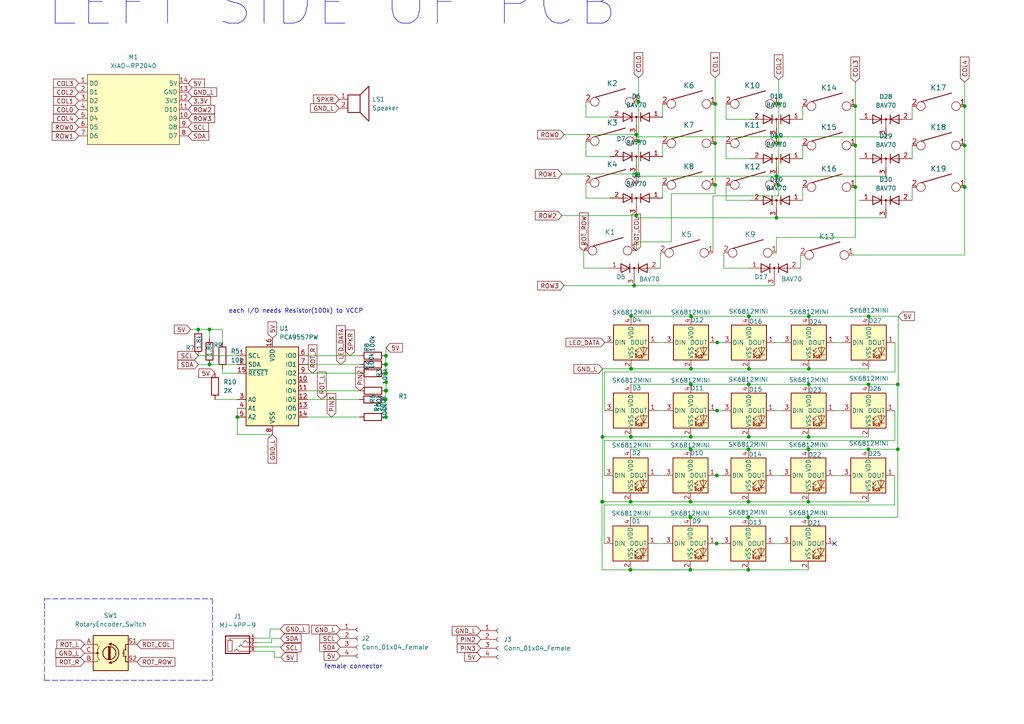
<source format=kicad_sch>
(kicad_sch (version 20211123) (generator eeschema)
  (paper "A4")
  (lib_symbols
    (symbol "Connector:Conn_01x04_Female" (pin_names (offset 1.016) hide)
      (property "Reference" "J" (at 0 5.08 0))
      (property "Value" "Conn_01x04_Female" (at 0 -7.62 0))
      (symbol "Conn_01x04_Female_1_1"
        (arc (start 0 -4.572) (mid -0.508 -5.08) (end 0 -5.588) (stroke (width 0.1524)))
        (arc (start 0 -2.032) (mid -0.508 -2.54) (end 0 -3.048) (stroke (width 0.1524)))
        (polyline (pts (xy -1.27 -5.08) (xy -0.508 -5.08)) (stroke (width 0.1524)))
        (polyline (pts (xy -1.27 -2.54) (xy -0.508 -2.54)) (stroke (width 0.1524)))
        (polyline (pts (xy -1.27 0) (xy -0.508 0)) (stroke (width 0.1524)))
        (polyline (pts (xy -1.27 2.54) (xy -0.508 2.54)) (stroke (width 0.1524)))
        (arc (start 0 0.508) (mid -0.508 0) (end 0 -0.508) (stroke (width 0.1524)))
        (arc (start 0 3.048) (mid -0.508 2.54) (end 0 2.032) (stroke (width 0.1524)))
        (pin passive line (at -5.08 2.54 0) (length 3.81) (name "Pin_1") (number "1"))
        (pin passive line (at -5.08 0 0) (length 3.81) (name "Pin_2") (number "2"))
        (pin passive line (at -5.08 -2.54 0) (length 3.81) (name "Pin_3") (number "3"))
        (pin passive line (at -5.08 -5.08 0) (length 3.81) (name "Pin_4") (number "4"))
      )
    )
    (symbol "Device:R" (pin_numbers hide) (pin_names (offset 0))
      (property "Reference" "R" (at 2.032 0 90))
      (property "Value" "R" (at 0 0 90))
      (symbol "R_0_1"
        (rectangle (start -1.016 -2.54) (end 1.016 2.54) (stroke (width 0.254)))
      )
      (symbol "R_1_1"
        (pin passive line (at 0 3.81 270) (length 1.27) (name "~") (number "1"))
        (pin passive line (at 0 -3.81 90) (length 1.27) (name "~") (number "2"))
      )
    )
    (symbol "Device:RotaryEncoder_Switch" (pin_names (offset 0.254) hide)
      (property "Reference" "SW" (at 0 6.604 0))
      (property "Value" "RotaryEncoder_Switch" (at 0 -6.604 0))
      (symbol "RotaryEncoder_Switch_0_1"
        (rectangle (start -5.08 5.08) (end 5.08 -5.08) (stroke (width 0.254)) (fill (type background)))
        (circle (center -3.81 0) (radius 0.254) (fill (type outline)))
        (arc (start -0.381 -2.794) (mid 2.3622 -0.0508) (end -0.381 2.667) (stroke (width 0.254)))
        (circle (center -0.381 0) (radius 1.905) (stroke (width 0.254)))
        (polyline (pts (xy -0.635 -1.778) (xy -0.635 1.778)) (stroke (width 0.254)))
        (polyline (pts (xy -0.381 -1.778) (xy -0.381 1.778)) (stroke (width 0.254)))
        (polyline (pts (xy -0.127 1.778) (xy -0.127 -1.778)) (stroke (width 0.254)))
        (polyline (pts (xy 3.81 0) (xy 3.429 0)) (stroke (width 0.254)))
        (polyline (pts (xy 3.81 1.016) (xy 3.81 -1.016)) (stroke (width 0.254)))
        (polyline (pts (xy -5.08 -2.54) (xy -3.81 -2.54) (xy -3.81 -2.032)))
        (polyline (pts (xy -5.08 2.54) (xy -3.81 2.54) (xy -3.81 2.032)))
        (polyline (pts (xy 0.254 -3.048) (xy -0.508 -2.794) (xy 0.127 -2.413)) (stroke (width 0.254)))
        (polyline (pts (xy 0.254 2.921) (xy -0.508 2.667) (xy 0.127 2.286)) (stroke (width 0.254)))
        (polyline (pts (xy 5.08 -2.54) (xy 4.318 -2.54) (xy 4.318 -1.016)) (stroke (width 0.254)))
        (polyline (pts (xy 5.08 2.54) (xy 4.318 2.54) (xy 4.318 1.016)) (stroke (width 0.254)))
        (polyline (pts (xy -5.08 0) (xy -3.81 0) (xy -3.81 -1.016) (xy -3.302 -2.032)))
        (polyline (pts (xy -4.318 0) (xy -3.81 0) (xy -3.81 1.016) (xy -3.302 2.032)))
        (circle (center 4.318 -1.016) (radius 0.127) (stroke (width 0.254)))
        (circle (center 4.318 1.016) (radius 0.127) (stroke (width 0.254)))
      )
      (symbol "RotaryEncoder_Switch_1_1"
        (pin passive line (at -7.62 2.54 0) (length 2.54) (name "A") (number "A"))
        (pin passive line (at -7.62 -2.54 0) (length 2.54) (name "B") (number "B"))
        (pin passive line (at -7.62 0 0) (length 2.54) (name "C") (number "C"))
        (pin passive line (at 7.62 2.54 180) (length 2.54) (name "S1") (number "S1"))
        (pin passive line (at 7.62 -2.54 180) (length 2.54) (name "S2") (number "S2"))
      )
    )
    (symbol "Device:Speaker" (pin_names (offset 0) hide)
      (property "Reference" "LS" (at 1.27 5.715 0))
      (property "Value" "Speaker" (at 1.27 3.81 0))
      (symbol "Speaker_0_0"
        (rectangle (start -2.54 1.27) (end 1.016 -3.81) (stroke (width 0.254)))
        (polyline (pts (xy 1.016 1.27) (xy 3.556 3.81) (xy 3.556 -6.35) (xy 1.016 -3.81)) (stroke (width 0.254)))
      )
      (symbol "Speaker_1_1"
        (pin input line (at -5.08 0 0) (length 2.54) (name "1") (number "1"))
        (pin input line (at -5.08 -2.54 0) (length 2.54) (name "2") (number "2"))
      )
    )
    (symbol "Diode:BAV70" (pin_names (offset 0.762) hide)
      (property "Reference" "D" (at 0.635 -2.54 0))
      (property "Value" "BAV70" (at 0 2.54 0))
      (symbol "BAV70_0_1"
        (polyline (pts (xy -3.81 0) (xy 3.81 0)))
        (polyline (pts (xy 0 0) (xy 0 -2.54)))
        (polyline (pts (xy -1.27 -1.27) (xy -1.27 1.27) (xy -1.27 1.27)) (stroke (width 0.254)))
        (polyline (pts (xy 1.27 -1.27) (xy 1.27 1.27) (xy 1.27 1.27)) (stroke (width 0.254)))
        (polyline (pts (xy -3.81 1.27) (xy -1.27 0) (xy -3.81 -1.27) (xy -3.81 1.27) (xy -3.81 1.27) (xy -3.81 1.27)) (stroke (width 0.254)))
        (polyline (pts (xy 3.81 -1.27) (xy 1.27 0) (xy 3.81 1.27) (xy 3.81 -1.27) (xy 3.81 -1.27) (xy 3.81 -1.27)) (stroke (width 0.254)))
        (circle (center 0 0) (radius 0.254) (fill (type outline)))
        (pin passive line (at -7.62 0 0) (length 3.81) (name "A") (number "1"))
        (pin passive line (at 7.62 0 180) (length 3.81) (name "A") (number "2"))
        (pin passive line (at 0 -5.08 90) (length 2.54) (name "K") (number "3"))
      )
    )
    (symbol "Interface_Expansion:PCA9557PW"
      (property "Reference" "U" (at -7.62 11.43 0))
      (property "Value" "PCA9557PW" (at 2.54 11.43 0))
      (symbol "PCA9557PW_0_1"
        (rectangle (start -7.62 -12.7) (end 7.62 10.16) (stroke (width 0.254)) (fill (type background)))
      )
      (symbol "PCA9557PW_1_1"
        (pin input line (at -10.16 7.62 0) (length 2.54) (name "SCL") (number "1"))
        (pin bidirectional line (at 10.16 0 180) (length 2.54) (name "IO3") (number "10"))
        (pin bidirectional line (at 10.16 -2.54 180) (length 2.54) (name "IO4") (number "11"))
        (pin bidirectional line (at 10.16 -5.08 180) (length 2.54) (name "IO5") (number "12"))
        (pin bidirectional line (at 10.16 -7.62 180) (length 2.54) (name "IO6") (number "13"))
        (pin bidirectional line (at 10.16 -10.16 180) (length 2.54) (name "IO7") (number "14"))
        (pin input line (at -10.16 2.54 0) (length 2.54) (name "~{RESET}") (number "15"))
        (pin power_in line (at 0 12.7 270) (length 2.54) (name "VDD") (number "16"))
        (pin bidirectional line (at -10.16 5.08 0) (length 2.54) (name "SDA") (number "2"))
        (pin input line (at -10.16 -5.08 0) (length 2.54) (name "A0") (number "3"))
        (pin input line (at -10.16 -7.62 0) (length 2.54) (name "A1") (number "4"))
        (pin input line (at -10.16 -10.16 0) (length 2.54) (name "A2") (number "5"))
        (pin bidirectional line (at 10.16 7.62 180) (length 2.54) (name "IO0") (number "6"))
        (pin bidirectional line (at 10.16 5.08 180) (length 2.54) (name "IO1") (number "7"))
        (pin power_in line (at 0 -15.24 90) (length 2.54) (name "VSS") (number "8"))
        (pin bidirectional line (at 10.16 2.54 180) (length 2.54) (name "IO2") (number "9"))
      )
    )
    (symbol "cipulot_parts:SK6812MINI" (pin_names (offset 0.254))
      (property "Reference" "D" (at 5.08 5.715 0))
      (property "Value" "SK6812MINI" (at 1.27 -5.715 0))
      (symbol "SK6812MINI_0_0"
        (text "RGB" (at 2.286 -4.191 0) (effects (font (size 0.762 0.762))))
      )
      (symbol "SK6812MINI_0_1"
        (polyline (pts (xy 1.27 -3.556) (xy 1.778 -3.556)))
        (polyline (pts (xy 1.27 -2.54) (xy 1.778 -2.54)))
        (polyline (pts (xy 4.699 -3.556) (xy 2.667 -3.556)))
        (polyline (pts (xy 2.286 -2.54) (xy 1.27 -3.556) (xy 1.27 -3.048)))
        (polyline (pts (xy 2.286 -1.524) (xy 1.27 -2.54) (xy 1.27 -2.032)))
        (polyline (pts (xy 3.683 -1.016) (xy 3.683 -3.556) (xy 3.683 -4.064)))
        (polyline (pts (xy 4.699 -1.524) (xy 2.667 -1.524) (xy 3.683 -3.556) (xy 4.699 -1.524)))
        (rectangle (start 5.08 5.08) (end -5.08 -5.08) (stroke (width 0.254)) (fill (type background)))
      )
      (symbol "SK6812MINI_1_1"
        (pin output line (at 7.62 0 180) (length 2.54) (name "DOUT") (number "1"))
        (pin power_in line (at 0 -7.62 90) (length 2.54) (name "VSS") (number "2"))
        (pin input line (at -7.62 0 0) (length 2.54) (name "DIN") (number "3"))
        (pin power_in line (at 0 7.62 270) (length 2.54) (name "VDD") (number "4"))
      )
    )
    (symbol "kbd:MJ-4PP-9" (pin_names (offset 1.016))
      (property "Reference" "J" (at 0 3.81 0))
      (property "Value" "MJ-4PP-9" (at 0 -3.81 0))
      (symbol "MJ-4PP-9_0_1"
        (rectangle (start -1.905 -1.905) (end -3.175 1.27))
        (polyline (pts (xy -2.54 1.27) (xy -2.54 1.905) (xy 3.175 1.905)))
        (polyline (pts (xy -1.27 -1.905) (xy -0.635 -1.27) (xy 0 -1.905) (xy 3.175 -1.905)))
        (polyline (pts (xy 0 -0.635) (xy 0.635 0) (xy 1.27 -0.635) (xy 3.175 -0.635)))
        (polyline (pts (xy 1.27 0.635) (xy 1.905 1.27) (xy 2.54 0.635) (xy 3.175 0.635)))
        (rectangle (start 3.175 2.54) (end -3.81 -2.54) (stroke (width 0.3048)))
      )
      (symbol "MJ-4PP-9_1_1"
        (pin input line (at 5.08 1.905 180) (length 2.0066) (name "~") (number "A"))
        (pin input line (at 5.08 -1.905 180) (length 2.0066) (name "~") (number "B"))
        (pin input line (at 5.08 -0.635 180) (length 2.0066) (name "~") (number "C"))
        (pin input line (at 5.08 0.635 180) (length 2.0066) (name "~") (number "D"))
      )
    )
    (symbol "keyboard_parts:KEYSW" (pin_names (offset 1.016))
      (property "Reference" "K?" (at -1.27 0 0))
      (symbol "KEYSW_0_1"
        (circle (center -5.08 0) (radius 1.27))
        (polyline (pts (xy -5.08 1.27) (xy 3.81 3.81)) (stroke (width 0.254)))
        (circle (center 5.08 0) (radius 1.27))
      )
      (symbol "KEYSW_1_1"
        (pin passive line (at 7.62 0 180) (length 1.27) (name "~") (number "1"))
        (pin passive line (at -7.62 0 0) (length 1.27) (name "~") (number "2"))
      )
    )
    (symbol "xiao-rp2040:XIAO-RP2040"
      (property "Reference" "M" (at 0 0 0))
      (property "Value" "XIAO-RP2040" (at 0 2.54 0))
      (symbol "XIAO-RP2040_0_1"
        (rectangle (start -12.7 10.16) (end 13.97 -10.16) (fill (type background)))
      )
      (symbol "XIAO-RP2040_1_1"
        (pin bidirectional line (at -15.24 7.62 0) (length 2.54) (name "D0") (number "1"))
        (pin bidirectional line (at 16.51 -2.54 180) (length 2.54) (name "D9") (number "10"))
        (pin bidirectional line (at 16.51 0 180) (length 2.54) (name "D10") (number "11"))
        (pin power_in line (at 16.51 2.54 180) (length 2.54) (name "3V3") (number "12"))
        (pin power_in line (at 16.51 5.08 180) (length 2.54) (name "GND") (number "13"))
        (pin power_in line (at 16.51 7.62 180) (length 2.54) (name "5V") (number "14"))
        (pin bidirectional line (at -15.24 5.08 0) (length 2.54) (name "D1") (number "2"))
        (pin bidirectional line (at -15.24 2.54 0) (length 2.54) (name "D2") (number "3"))
        (pin bidirectional line (at -15.24 0 0) (length 2.54) (name "D3") (number "4"))
        (pin bidirectional line (at -15.24 -2.54 0) (length 2.54) (name "D4") (number "5"))
        (pin bidirectional line (at -15.24 -5.08 0) (length 2.54) (name "D5") (number "6"))
        (pin bidirectional line (at -15.24 -7.62 0) (length 2.54) (name "D6") (number "7"))
        (pin bidirectional line (at 16.51 -7.62 180) (length 2.54) (name "D7") (number "8"))
        (pin bidirectional line (at 16.51 -5.08 180) (length 2.54) (name "D8") (number "9"))
      )
    )
  )
  (junction (at 111.871 105.7148))
  (junction (at 234.4651 130.302))
  (junction (at 182.9816 126.7206))
  (junction (at 200.2259 150.0124))
  (junction (at 111.9333 105.7148))
  (junction (at 182.8523 165.2524))
  (junction (at 200.3552 111.4552))
  (junction (at 217.17 111.4806))
  (junction (at 184.5564 62.5348))
  (junction (at 111.9443 120.9548))
  (junction (at 111.9937 113.3))
  (junction (at 217.0407 150.0378))
  (junction (at 183.9214 82.8548))
  (junction (at 111.9032 113.3348))
  (junction (at 260.3985 111.4806))
  (junction (at 183.0324 106.9594))
  (junction (at 260.3985 130.302))
  (junction (at 60.7539 95.5548))
  (junction (at 200.2767 145.5166))
  (junction (at 234.5436 111.4806))
  (junction (at 234.5944 106.9848))
  (junction (at 111.9937 113.3348))
  (junction (at 185.1914 29.5148))
  (junction (at 217.0407 165.2778))
  (junction (at 225.8314 41.5798))
  (junction (at 111.9488 105.7148))
  (junction (at 182.8523 165.2778))
  (junction (at 217.0915 130.302))
  (junction (at 207.4164 41.5798))
  (junction (at 234.4143 150.0378))
  (junction (at 111.9032 108.2548))
  (junction (at 217.2208 106.9848))
  (junction (at 68.834 120.9548))
  (junction (at 174.625 145.5166))
  (junction (at 225.1964 63.1698))
  (junction (at 251.8387 130.302))
  (junction (at 200.2259 165.2524))
  (junction (at 217.0407 150.0124))
  (junction (at 225.1964 39.6748))
  (junction (at 225.8314 53.6448))
  (junction (at 183.0324 91.694))
  (junction (at 207.4164 53.6448))
  (junction (at 183.0324 106.9848))
  (junction (at 174.7543 145.5166))
  (junction (at 208.026 99.3394))
  (junction (at 207.9752 119.0752))
  (junction (at 225.8314 30.1498))
  (junction (at 111.9937 113.3042))
  (junction (at 184.5564 50.4698))
  (junction (at 111.871 113.3042))
  (junction (at 111.871 115.8748))
  (junction (at 217.17 111.4552))
  (junction (at 207.8459 157.6324))
  (junction (at 234.4651 145.542))
  (junction (at 200.3552 126.6952))
  (junction (at 57.5097 95.5548))
  (junction (at 251.9172 111.4806))
  (junction (at 207.8967 137.8966))
  (junction (at 251.968 91.7448))
  (junction (at 279.8064 54.2798))
  (junction (at 60.7539 105.7148))
  (junction (at 200.406 106.9594))
  (junction (at 279.8064 42.2148))
  (junction (at 248.0564 30.7848))
  (junction (at 225.1964 51.1048))
  (junction (at 279.8064 30.7848))
  (junction (at 182.9031 145.5166))
  (junction (at 174.7543 126.7206))
  (junction (at 111.9937 110.7948))
  (junction (at 111.9488 108.2548))
  (junction (at 217.2208 91.7194))
  (junction (at 217.0915 130.2766))
  (junction (at 200.406 91.7194))
  (junction (at 248.0564 54.2798))
  (junction (at 184.5564 39.0398))
  (junction (at 217.17 126.7206))
  (junction (at 207.4164 30.1498))
  (junction (at 234.5944 91.7448))
  (junction (at 234.5436 126.7206))
  (junction (at 248.0564 42.2148))
  (junction (at 217.0915 145.542))
  (junction (at 185.1914 40.9448))
  (junction (at 217.2208 91.7448))
  (junction (at 111.9443 113.3))
  (junction (at 200.2767 130.2766))
  (junction (at 182.9031 145.542))
  (junction (at 182.9816 126.6952))
  (junction (at 111.9333 103.1748))
  (no_connect (at 242.0343 157.6578))
  (wire (pts (xy 224.7115 137.922) (xy 226.8451 137.922)))
  (wire (pts (xy 191.5414 73.3298) (xy 191.5414 77.7748)))
  (wire (pts (xy 209.4715 137.922) (xy 207.8967 137.922)))
  (wire (pts (xy 248.0564 68.8848) (xy 225.1964 68.8848)))
  (wire (pts (xy 162.9664 62.5348) (xy 184.5564 62.5348)))
  (wire (pts (xy 200.2767 130.2766) (xy 217.0915 130.2766)))
  (wire (pts (xy 57.5097 95.5548) (xy 60.7539 95.5548)))
  (wire (pts (xy 184.5564 39.6748) (xy 184.5564 39.0398)))
  (wire (pts (xy 182.9031 145.542) (xy 182.9031 145.5166)))
  (wire (pts (xy 64.516 106.9848) (xy 64.516 108.2548)))
  (wire (pts (xy 111.9443 113.3) (xy 111.9937 113.3)))
  (wire (pts (xy 183.0324 91.7194) (xy 200.406 91.7194)))
  (wire (pts (xy 224.79 119.1006) (xy 226.9236 119.1006)))
  (wire (pts (xy 111.9937 113.3) (xy 111.9937 113.3042)))
  (wire (pts (xy 264.5664 42.2148) (xy 264.5664 46.0248)))
  (wire (pts (xy 279.8064 30.7848) (xy 279.8064 42.2148)))
  (wire (pts (xy 260.3985 130.302) (xy 260.3985 150.0378)))
  (wire (pts (xy 175.2323 146.4564) (xy 175.2323 157.6324)))
  (wire (pts (xy 210.5914 53.6448) (xy 210.5914 58.0898)))
  (wire (pts (xy 217.17 126.7206) (xy 234.5436 126.7206)))
  (polyline (pts (xy 12.8016 197.3072) (xy 61.6204 197.3072)))
  (wire (pts (xy 207.4164 53.6448) (xy 207.4164 56.1848)))
  (wire (pts (xy 111.9488 108.2548) (xy 111.9488 110.7948)))
  (wire (pts (xy 182.372 91.694) (xy 183.0324 91.694)))
  (wire (pts (xy 78.7908 186.3598) (xy 74.3204 186.3598)))
  (wire (pts (xy 174.7543 126.7206) (xy 174.7543 145.5166)))
  (wire (pts (xy 209.55 119.1006) (xy 207.9752 119.1006)))
  (wire (pts (xy 111.9488 110.7948) (xy 111.9937 110.7948)))
  (wire (pts (xy 216.9414 77.7748) (xy 209.9564 77.7748)))
  (wire (pts (xy 210.5914 30.1498) (xy 210.5914 34.5948)))
  (wire (pts (xy 225.8314 41.5798) (xy 225.8314 53.6448)))
  (wire (pts (xy 183.0324 106.9848) (xy 183.0324 106.9594)))
  (wire (pts (xy 192.1764 53.6448) (xy 192.1764 57.4548)))
  (wire (pts (xy 62.3672 115.8748) (xy 68.834 115.8748)))
  (wire (pts (xy 174.7543 126.7206) (xy 182.9816 126.7206)))
  (wire (pts (xy 81.3308 185.1406) (xy 78.7908 185.1406)))
  (wire (pts (xy 251.968 91.7448) (xy 260.5278 91.7448)))
  (polyline (pts (xy 12.9032 173.6852) (xy 61.6204 173.6852)))
  (wire (pts (xy 89.154 103.1748) (xy 104.3133 103.1748)))
  (wire (pts (xy 111.871 115.8748) (xy 111.871 113.3042)))
  (wire (pts (xy 259.4587 146.4564) (xy 259.4587 137.922)))
  (wire (pts (xy 184.5564 63.1698) (xy 184.5564 62.5348)))
  (wire (pts (xy 225.1964 51.1048) (xy 184.5564 51.1048)))
  (wire (pts (xy 279.8064 54.2798) (xy 279.8064 73.9648)))
  (wire (pts (xy 251.8387 130.302) (xy 260.3985 130.302)))
  (wire (pts (xy 259.588 107.8992) (xy 259.588 99.3648)))
  (wire (pts (xy 279.8064 42.2148) (xy 279.8064 54.2798)))
  (wire (pts (xy 217.5764 46.0248) (xy 210.5914 46.0248)))
  (wire (pts (xy 217.17 111.4552) (xy 217.17 111.4806)))
  (wire (pts (xy 232.1814 73.9648) (xy 232.1814 77.7748)))
  (wire (pts (xy 207.4164 41.5798) (xy 207.4164 53.6448)))
  (wire (pts (xy 163.6014 82.8548) (xy 183.9214 82.8548)))
  (wire (pts (xy 209.9564 77.7748) (xy 209.9564 73.3298)))
  (wire (pts (xy 111.871 115.8748) (xy 111.871 120.9548)))
  (wire (pts (xy 217.2208 91.7448) (xy 234.5944 91.7448)))
  (wire (pts (xy 169.9514 53.0098) (xy 169.9514 57.4548)))
  (wire (pts (xy 251.9172 111.4806) (xy 260.3985 111.4806)))
  (wire (pts (xy 242.0851 137.922) (xy 244.2187 137.922)))
  (wire (pts (xy 264.5664 54.2798) (xy 264.5664 58.0898)))
  (wire (pts (xy 175.3616 107.8992) (xy 259.588 107.8992)))
  (wire (pts (xy 225.8314 53.6448) (xy 225.8314 56.8198)))
  (wire (pts (xy 248.0564 30.7848) (xy 248.0564 42.2148)))
  (wire (pts (xy 111.871 120.9548) (xy 111.9443 120.9548)))
  (wire (pts (xy 232.8164 42.2148) (xy 232.8164 46.0248)))
  (wire (pts (xy 224.6607 157.6578) (xy 226.7943 157.6578)))
  (wire (pts (xy 200.406 106.9594) (xy 200.4314 106.9594)))
  (wire (pts (xy 207.4164 56.1848) (xy 194.7164 56.1848)))
  (wire (pts (xy 174.625 145.5166) (xy 174.7543 145.5166)))
  (wire (pts (xy 200.2259 150.0124) (xy 217.0407 150.0124)))
  (wire (pts (xy 89.154 108.2548) (xy 104.2832 108.2548)))
  (wire (pts (xy 190.6016 119.0752) (xy 192.7352 119.0752)))
  (wire (pts (xy 182.9031 145.542) (xy 217.0915 145.542)))
  (wire (pts (xy 111.9333 105.7148) (xy 111.9333 108.2548)))
  (wire (pts (xy 176.9364 57.4548) (xy 169.9514 57.4548)))
  (wire (pts (xy 217.0407 165.2778) (xy 234.4143 165.2778)))
  (wire (pts (xy 89.154 113.3348) (xy 104.3737 113.3348)))
  (wire (pts (xy 225.1964 39.6748) (xy 256.9464 39.6748)))
  (wire (pts (xy 57.5097 103.1748) (xy 68.834 103.1748)))
  (wire (pts (xy 64.516 99.3648) (xy 64.516 95.5548)))
  (wire (pts (xy 78.2828 182.4482) (xy 81.3308 182.4482)))
  (wire (pts (xy 242.1636 119.1006) (xy 244.2972 119.1006)))
  (wire (pts (xy 225.1964 68.8848) (xy 225.1964 73.3298)))
  (wire (pts (xy 174.7543 106.9594) (xy 174.7543 126.7206)))
  (wire (pts (xy 169.9514 40.9448) (xy 169.9514 45.3898)))
  (wire (pts (xy 68.834 120.9548) (xy 68.834 126.0348)))
  (wire (pts (xy 182.9816 126.6952) (xy 200.3552 126.6952)))
  (wire (pts (xy 111.9333 100.8639) (xy 111.9333 103.1748)))
  (wire (pts (xy 183.9214 82.8548) (xy 224.5614 82.8548)))
  (wire (pts (xy 217.0407 150.0124) (xy 217.0407 150.0378)))
  (wire (pts (xy 224.8408 99.3648) (xy 226.9744 99.3648)))
  (wire (pts (xy 55.284 95.5548) (xy 57.5097 95.5548)))
  (wire (pts (xy 225.1964 63.1698) (xy 256.9464 63.1698)))
  (wire (pts (xy 89.154 105.7148) (xy 104.3288 105.7148)))
  (wire (pts (xy 225.8314 23.1648) (xy 225.8314 30.1498)))
  (wire (pts (xy 89.154 120.9548) (xy 104.3243 120.9548)))
  (wire (pts (xy 174.625 145.5166) (xy 174.625 165.2778)))
  (wire (pts (xy 208.026 99.3648) (xy 208.026 99.3394)))
  (wire (pts (xy 209.4207 157.6578) (xy 207.8459 157.6578)))
  (wire (pts (xy 200.2259 165.2524) (xy 200.2513 165.2524)))
  (wire (pts (xy 190.5231 137.8966) (xy 192.6567 137.8966)))
  (wire (pts (xy 111.9333 108.2548) (xy 111.9488 108.2548)))
  (wire (pts (xy 78.2828 185.0898) (xy 78.2828 182.4482)))
  (wire (pts (xy 60.7539 95.5548) (xy 60.7539 98.0948)))
  (wire (pts (xy 174.625 165.2778) (xy 182.8523 165.2778)))
  (wire (pts (xy 78.7908 185.1406) (xy 78.7908 186.3598)))
  (wire (pts (xy 74.3204 185.0898) (xy 78.2828 185.0898)))
  (wire (pts (xy 248.0564 23.7998) (xy 248.0564 30.7848)))
  (wire (pts (xy 176.9364 45.3898) (xy 169.9514 45.3898)))
  (wire (pts (xy 185.1914 22.5298) (xy 185.1914 29.5148)))
  (wire (pts (xy 234.5436 111.4806) (xy 251.9172 111.4806)))
  (wire (pts (xy 79.5484 190.627) (xy 81.4324 190.627)))
  (wire (pts (xy 185.1914 40.9448) (xy 185.1914 53.0098)))
  (wire (pts (xy 217.5764 34.5948) (xy 210.5914 34.5948)))
  (polyline (pts (xy 61.6204 173.6852) (xy 61.6204 197.3072)))
  (wire (pts (xy 279.8064 73.9648) (xy 247.4214 73.9648)))
  (wire (pts (xy 217.2208 91.7194) (xy 217.2208 91.7448)))
  (wire (pts (xy 217.0407 150.0378) (xy 234.4143 150.0378)))
  (wire (pts (xy 74.3204 188.8998) (xy 79.5484 188.8998)))
  (wire (pts (xy 194.7164 70.1548) (xy 184.5564 70.1548)))
  (wire (pts (xy 207.9752 119.1006) (xy 207.9752 119.0752)))
  (wire (pts (xy 256.9464 51.1048) (xy 225.1964 51.1048)))
  (wire (pts (xy 217.2208 106.9848) (xy 234.5944 106.9848)))
  (wire (pts (xy 279.8064 23.7998) (xy 279.8064 30.7848)))
  (wire (pts (xy 111.9333 103.1748) (xy 111.9333 105.7148)))
  (wire (pts (xy 260.5278 91.7448) (xy 260.5278 111.4806)))
  (wire (pts (xy 176.3014 77.7748) (xy 169.3164 77.7748)))
  (wire (pts (xy 190.4723 157.6324) (xy 192.6059 157.6324)))
  (wire (pts (xy 260.3985 111.4806) (xy 260.5278 111.4806)))
  (wire (pts (xy 175.2323 146.4564) (xy 259.4587 146.4564)))
  (wire (pts (xy 234.4651 145.542) (xy 251.8387 145.542)))
  (wire (pts (xy 57.5825 105.7148) (xy 60.7539 105.7148)))
  (wire (pts (xy 163.6014 39.0398) (xy 184.5564 39.0398)))
  (wire (pts (xy 217.17 111.4806) (xy 234.5436 111.4806)))
  (wire (pts (xy 225.1964 63.1698) (xy 184.5564 63.1698)))
  (polyline (pts (xy 12.9032 197.2056) (xy 12.9032 173.6852)))
  (wire (pts (xy 183.0324 106.9594) (xy 200.406 106.9594)))
  (wire (pts (xy 182.8523 165.2778) (xy 217.0407 165.2778)))
  (wire (pts (xy 225.8314 56.8198) (xy 206.7814 56.8198)))
  (wire (pts (xy 60.7539 95.5548) (xy 64.516 95.5548)))
  (wire (pts (xy 182.9816 126.7206) (xy 182.9816 126.6952)))
  (wire (pts (xy 111.871 113.3042) (xy 111.9937 113.3042)))
  (wire (pts (xy 209.6008 99.3648) (xy 208.026 99.3648)))
  (wire (pts (xy 192.1764 41.5798) (xy 192.1764 45.3898)))
  (wire (pts (xy 225.1964 39.6748) (xy 184.5564 39.6748)))
  (wire (pts (xy 162.9664 50.4698) (xy 184.5564 50.4698)))
  (wire (pts (xy 234.5944 106.9848) (xy 251.968 106.9848)))
  (wire (pts (xy 217.5764 58.0898) (xy 210.5914 58.0898)))
  (wire (pts (xy 260.3985 111.4806) (xy 260.3985 130.302)))
  (wire (pts (xy 207.8459 157.6578) (xy 207.8459 157.6324)))
  (wire (pts (xy 176.9364 33.9598) (xy 169.9514 33.9598)))
  (wire (pts (xy 200.3552 111.4552) (xy 217.17 111.4552)))
  (wire (pts (xy 200.3552 126.6952) (xy 200.3806 126.6952)))
  (wire (pts (xy 64.516 108.2548) (xy 68.834 108.2548)))
  (wire (pts (xy 175.3616 107.8992) (xy 175.3616 119.0752)))
  (wire (pts (xy 217.0915 130.2766) (xy 217.0915 130.302)))
  (wire (pts (xy 259.5372 127.762) (xy 175.2831 127.762)))
  (wire (pts (xy 68.834 126.0348) (xy 78.994 126.0348)))
  (wire (pts (xy 111.9937 113.3042) (xy 111.9937 113.3348)))
  (wire (pts (xy 234.5436 126.7206) (xy 251.9172 126.7206)))
  (wire (pts (xy 217.0915 145.542) (xy 234.4651 145.542)))
  (wire (pts (xy 111.9937 110.7948) (xy 111.9937 113.3)))
  (wire (pts (xy 182.8523 165.2524) (xy 200.2259 165.2524)))
  (wire (pts (xy 111.9333 100.8639) (xy 111.9937 100.8639)))
  (wire (pts (xy 182.9031 130.2766) (xy 200.2767 130.2766)))
  (wire (pts (xy 200.2767 145.5166) (xy 200.3021 145.5166)))
  (wire (pts (xy 232.8164 30.7848) (xy 232.8164 34.5948)))
  (wire (pts (xy 184.5564 51.1048) (xy 184.5564 50.4698)))
  (wire (pts (xy 234.4651 130.302) (xy 251.8387 130.302)))
  (wire (pts (xy 68.834 118.4148) (xy 68.834 120.9548)))
  (wire (pts (xy 89.154 115.8748) (xy 104.251 115.8748)))
  (wire (pts (xy 74.3204 187.6298) (xy 81.3816 187.6298)))
  (wire (pts (xy 81.3816 187.6298) (xy 81.3816 187.833)))
  (wire (pts (xy 264.5664 30.7848) (xy 264.5664 34.5948)))
  (wire (pts (xy 60.7539 105.7148) (xy 68.834 105.7148)))
  (wire (pts (xy 174.7543 145.5166) (xy 182.9031 145.5166)))
  (wire (pts (xy 210.5914 41.5798) (xy 210.5914 46.0248)))
  (wire (pts (xy 232.8164 54.2798) (xy 232.8164 58.0898)))
  (wire (pts (xy 248.0564 54.2798) (xy 248.0564 68.8848)))
  (wire (pts (xy 207.8967 137.922) (xy 207.8967 137.8966)))
  (wire (pts (xy 183.0324 106.9594) (xy 174.7543 106.9594)))
  (wire (pts (xy 169.9514 29.5148) (xy 169.9514 33.9598)))
  (wire (pts (xy 234.5944 91.7448) (xy 251.968 91.7448)))
  (wire (pts (xy 175.2831 127.762) (xy 175.2831 137.8966)))
  (wire (pts (xy 248.0564 42.2148) (xy 248.0564 54.2798)))
  (wire (pts (xy 225.8314 30.1498) (xy 225.8314 41.5798)))
  (wire (pts (xy 190.6524 99.3394) (xy 192.786 99.3394)))
  (wire (pts (xy 207.4164 22.5298) (xy 207.4164 30.1498)))
  (wire (pts (xy 185.1914 29.5148) (xy 185.1914 40.9448)))
  (wire (pts (xy 217.0915 130.302) (xy 234.4651 130.302)))
  (wire (pts (xy 182.9031 145.5166) (xy 200.2767 145.5166)))
  (wire (pts (xy 182.8523 150.0124) (xy 200.2259 150.0124)))
  (wire (pts (xy 206.7814 56.8198) (xy 206.7814 73.3298)))
  (wire (pts (xy 111.9032 113.3348) (xy 111.9937 113.3348)))
  (wire (pts (xy 182.8523 165.2778) (xy 182.8523 165.2524)))
  (wire (pts (xy 192.1764 30.1498) (xy 192.1764 33.9598)))
  (wire (pts (xy 242.2144 99.3648) (xy 244.348 99.3648)))
  (wire (pts (xy 111.9333 105.7148) (xy 111.871 105.7148)))
  (wire (pts (xy 182.9816 111.4552) (xy 200.3552 111.4552)))
  (wire (pts (xy 79.5484 188.8998) (xy 79.5484 190.627)))
  (wire (pts (xy 182.9816 126.7206) (xy 217.17 126.7206)))
  (wire (pts (xy 200.406 91.7194) (xy 217.2208 91.7194)))
  (wire (pts (xy 183.0324 106.9848) (xy 217.2208 106.9848)))
  (wire (pts (xy 259.5372 119.1006) (xy 259.5372 127.762)))
  (wire (pts (xy 234.4143 150.0378) (xy 260.3985 150.0378)))
  (wire (pts (xy 184.5564 70.1548) (xy 184.5564 72.6948)))
  (wire (pts (xy 169.3164 77.7748) (xy 169.3164 72.6948)))
  (wire (pts (xy 194.7164 56.1848) (xy 194.7164 70.1548)))
  (wire (pts (xy 207.4164 30.1498) (xy 207.4164 41.5798)))
  (text "each I/O needs Resistor(100k) to VCCP" (at 66.2963 91.0336 0) (effects (font (size 1.27 1.27)) (justify left bottom)))
  (text "LEFT SIDE OF PCB\n" (at 13.0556 8.4328 0) (effects (font (size 12 12)) (justify left bottom)))
  (text "female connector\n" (at 94.0054 194.1576 0) (effects (font (size 1.27 1.27)) (justify left bottom)))
  (global_label "3.3V" (shape input) (at 54.5592 29.2608 0) (property "Intersheet References" "${INTERSHEET_REFS}" (effects hide)))
  (global_label "ROT_COL" (shape input) (at 39.7256 186.8932 0) (property "Intersheet References" "${INTERSHEET_REFS}" (effects hide)))
  (global_label "COL0" (shape input) (at 22.8092 31.8008 180) (property "Intersheet References" "${INTERSHEET_REFS}" (effects hide)))
  (global_label "COL2" (shape input) (at 22.8092 26.7208 180) (property "Intersheet References" "${INTERSHEET_REFS}" (effects hide)))
  (global_label "GND_L" (shape input) (at 98.7044 182.626 180) (property "Intersheet References" "${INTERSHEET_REFS}" (effects hide)))
  (global_label "COL0" (shape input) (at 185.1914 22.5298 90) (property "Intersheet References" "${INTERSHEET_REFS}" (effects hide)))
  (global_label "SDA" (shape input) (at 57.5825 105.7148 180) (property "Intersheet References" "${INTERSHEET_REFS}" (effects hide)))
  (global_label "LED_DATA" (shape input) (at 98.8518 105.7148 90) (property "Intersheet References" "${INTERSHEET_REFS}" (effects hide)))
  (global_label "PIN2" (shape input) (at 139.446 185.4708 180) (property "Intersheet References" "${INTERSHEET_REFS}" (effects hide)))
  (global_label "COL1" (shape input) (at 22.8092 29.2608 180) (property "Intersheet References" "${INTERSHEET_REFS}" (effects hide)))
  (global_label "GND_L" (shape input) (at 174.7543 107.0056 180) (property "Intersheet References" "${INTERSHEET_REFS}" (effects hide)))
  (global_label "SPKR" (shape input) (at 101.561 103.1748 90) (property "Intersheet References" "${INTERSHEET_REFS}" (effects hide)))
  (global_label "GND_L" (shape input) (at 98.3488 31.3436 180) (property "Intersheet References" "${INTERSHEET_REFS}" (effects hide)))
  (global_label "GND_L" (shape input) (at 24.4856 189.4332 180) (property "Intersheet References" "${INTERSHEET_REFS}" (effects hide)))
  (global_label "ROT_R" (shape input) (at 24.4856 191.9732 180) (property "Intersheet References" "${INTERSHEET_REFS}" (effects hide)))
  (global_label "SDA" (shape input) (at 81.3308 185.1406 0) (property "Intersheet References" "${INTERSHEET_REFS}" (effects hide)))
  (global_label "5V" (shape input) (at 98.7044 190.246 180) (property "Intersheet References" "${INTERSHEET_REFS}" (effects hide)))
  (global_label "GND_L" (shape input) (at 81.3308 182.4482 0) (property "Intersheet References" "${INTERSHEET_REFS}" (effects hide)))
  (global_label "PIN2" (shape input) (at 104.3737 113.3348 90) (property "Intersheet References" "${INTERSHEET_REFS}" (effects hide)))
  (global_label "ROW3" (shape input) (at 54.5592 34.3408 0) (property "Intersheet References" "${INTERSHEET_REFS}" (effects hide)))
  (global_label "GND_L" (shape input) (at 78.994 126.0348 270) (property "Intersheet References" "${INTERSHEET_REFS}" (effects hide)))
  (global_label "COL2" (shape input) (at 225.8314 23.1648 90) (property "Intersheet References" "${INTERSHEET_REFS}" (effects hide)))
  (global_label "ROT_L" (shape input) (at 24.4856 186.8932 180) (property "Intersheet References" "${INTERSHEET_REFS}" (effects hide)))
  (global_label "5V" (shape input) (at 260.5024 91.7448 0) (property "Intersheet References" "${INTERSHEET_REFS}" (effects hide)))
  (global_label "ROT_L" (shape input) (at 93.3413 115.8748 90) (property "Intersheet References" "${INTERSHEET_REFS}" (effects hide)))
  (global_label "5V" (shape input) (at 81.4324 190.627 0) (property "Intersheet References" "${INTERSHEET_REFS}" (effects hide)))
  (global_label "COL3" (shape input) (at 248.0564 23.7998 90) (property "Intersheet References" "${INTERSHEET_REFS}" (effects hide)))
  (global_label "COL4" (shape input) (at 279.8064 23.7998 90) (property "Intersheet References" "${INTERSHEET_REFS}" (effects hide)))
  (global_label "ROT_COL" (shape input) (at 184.5564 72.6948 90) (property "Intersheet References" "${INTERSHEET_REFS}" (effects hide)))
  (global_label "5V" (shape input) (at 55.284 95.5548 180) (property "Intersheet References" "${INTERSHEET_REFS}" (effects hide)))
  (global_label "ROW0" (shape input) (at 163.6014 39.0398 180) (property "Intersheet References" "${INTERSHEET_REFS}" (effects hide)))
  (global_label "ROW1" (shape input) (at 22.8092 39.4208 180) (property "Intersheet References" "${INTERSHEET_REFS}" (effects hide)))
  (global_label "5V" (shape input) (at 111.9937 100.8639 0) (property "Intersheet References" "${INTERSHEET_REFS}" (effects hide)))
  (global_label "GND_L" (shape input) (at 139.446 182.9308 180) (property "Intersheet References" "${INTERSHEET_REFS}" (effects hide)))
  (global_label "COL1" (shape input) (at 207.4164 22.5298 90) (property "Intersheet References" "${INTERSHEET_REFS}" (effects hide)))
  (global_label "SDA" (shape input) (at 98.7044 187.706 180) (property "Intersheet References" "${INTERSHEET_REFS}" (effects hide)))
  (global_label "ROW2" (shape input) (at 162.9664 62.5348 180) (property "Intersheet References" "${INTERSHEET_REFS}" (effects hide)))
  (global_label "5V" (shape input) (at 139.446 190.5508 180) (property "Intersheet References" "${INTERSHEET_REFS}" (effects hide)))
  (global_label "ROW3" (shape input) (at 163.6014 82.8548 180) (property "Intersheet References" "${INTERSHEET_REFS}" (effects hide)))
  (global_label "5V" (shape input) (at 78.994 98.0948 90) (property "Intersheet References" "${INTERSHEET_REFS}" (effects hide)))
  (global_label "COL4" (shape input) (at 22.8092 34.3408 180) (property "Intersheet References" "${INTERSHEET_REFS}" (effects hide)))
  (global_label "5V" (shape input) (at 62.3672 108.2548 180) (property "Intersheet References" "${INTERSHEET_REFS}" (effects hide)))
  (global_label "SPKR" (shape input) (at 98.3488 28.8036 180) (property "Intersheet References" "${INTERSHEET_REFS}" (effects hide)))
  (global_label "SCL" (shape input) (at 81.3816 187.833 0) (property "Intersheet References" "${INTERSHEET_REFS}" (effects hide)))
  (global_label "PIN3" (shape input) (at 139.446 188.0108 180) (property "Intersheet References" "${INTERSHEET_REFS}" (effects hide)))
  (global_label "LED_DATA" (shape input) (at 175.4124 99.3394 180) (property "Intersheet References" "${INTERSHEET_REFS}" (effects hide)))
  (global_label "ROT_ROW" (shape input) (at 169.3164 72.7551 90) (property "Intersheet References" "${INTERSHEET_REFS}" (effects hide)))
  (global_label "SCL" (shape input) (at 57.5097 103.1748 180) (property "Intersheet References" "${INTERSHEET_REFS}" (effects hide)))
  (global_label "SDA" (shape input) (at 54.5592 39.4208 0) (property "Intersheet References" "${INTERSHEET_REFS}" (effects hide)))
  (global_label "COL3" (shape input) (at 22.8092 24.1808 180) (property "Intersheet References" "${INTERSHEET_REFS}" (effects hide)))
  (global_label "ROW1" (shape input) (at 162.9664 50.4698 180) (property "Intersheet References" "${INTERSHEET_REFS}" (effects hide)))
  (global_label "PIN3" (shape input) (at 96.1411 120.9548 90) (property "Intersheet References" "${INTERSHEET_REFS}" (effects hide)))
  (global_label "GND_L" (shape input) (at 54.5592 26.7208 0) (property "Intersheet References" "${INTERSHEET_REFS}" (effects hide)))
  (global_label "ROW2" (shape input) (at 54.5592 31.8008 0) (property "Intersheet References" "${INTERSHEET_REFS}" (effects hide)))
  (global_label "SCL" (shape input) (at 98.7044 185.166 180) (property "Intersheet References" "${INTERSHEET_REFS}" (effects hide)))
  (global_label "ROT_R" (shape input) (at 90.6785 108.2548 90) (property "Intersheet References" "${INTERSHEET_REFS}" (effects hide)))
  (global_label "ROW0" (shape input) (at 22.8092 36.8808 180) (property "Intersheet References" "${INTERSHEET_REFS}" (effects hide)))
  (global_label "ROT_ROW" (shape input) (at 39.7256 191.9732 0) (property "Intersheet References" "${INTERSHEET_REFS}" (effects hide)))
  (global_label "5V" (shape input) (at 54.5592 24.1808 0) (property "Intersheet References" "${INTERSHEET_REFS}" (effects hide)))
  (global_label "SCL" (shape input) (at 54.5592 36.8808 0) (property "Intersheet References" "${INTERSHEET_REFS}" (effects hide)))
  (symbol (lib_id "keyboard_parts:KEYSW") (at 199.7964 30.1498 0) (unit 1)
    (property "Reference" "K6" (at 199.7964 24.8158 0) (effects (font (size 1.524 1.524))))
    (property "Value" "KEYSW" (effects hide))
    (property "Footprint" "Keebio-Parts:MX-Alps-Choc-1U-NoLED" (effects hide))
    (property "MPN" "1350" (effects hide))
  )
  (symbol (lib_id "Diode:BAV70") (at 184.5564 45.3898 0) (mirror y) (unit 1)
    (property "Reference" "D7" (at 180.1114 40.3098 0))
    (property "Value" "BAV70" (at 184.5564 41.3766 0))
    (property "Footprint" "Package_TO_SOT_SMD:SOT-23" (effects hide))
    (property "Datasheet" "https://assets.nexperia.com/documents/data-sheet/BAV70_SER.pdf" (effects hide))
    (property "MPN" "BAV70" (effects hide))
  )
  (symbol (lib_id "Device:R") (at 64.516 103.1748 0) (unit 1)
    (property "Reference" "R5" (at 66.9165 101.9047 0) (effects (justify left)))
    (property "Value" "10k" (at 66.9165 104.4447 0) (effects (justify left)))
    (property "Footprint" "Resistor_SMD:R_0805_2012Metric" (effects hide))
    (property "MPN" "RC0805FR-0710KL" (effects hide))
  )
  (symbol (lib_id "keyboard_parts:KEYSW") (at 240.4364 42.2148 0) (unit 1)
    (property "Reference" "K15" (at 240.4364 36.8808 0) (effects (font (size 1.524 1.524))))
    (property "Value" "KEYSW" (effects hide))
    (property "Footprint" "Keebio-Parts:MX-Alps-Choc-1U-NoLED" (effects hide))
    (property "MPN" "1350" (effects hide))
  )
  (symbol (lib_id "cipulot_parts:SK6812MINI") (at 200.2259 157.6324 0) (unit 1)
    (property "Reference" "D9" (at 202.0547 151.1046 0))
    (property "Value" "SK6812MINI" (at 200.1243 148.8948 0))
    (property "Footprint" "Keebio-Parts:SK6812-MINI-E" (effects hide))
    (property "MPN" "SK6812MINI" (effects hide))
  )
  (symbol (lib_id "cipulot_parts:SK6812MINI") (at 217.2208 99.3648 0) (unit 1)
    (property "Reference" "D16" (at 219.202 93.2434 0))
    (property "Value" "SK6812MINI" (at 217.0938 90.3478 0))
    (property "Footprint" "Keebio-Parts:SK6812-MINI-E" (effects hide))
    (property "MPN" "SK6812MINI" (effects hide))
  )
  (symbol (lib_id "Device:R") (at 108.1343 120.9548 90) (unit 1)
    (property "Reference" "R4" (at 109.3027 119.4816 0) (effects (justify left)))
    (property "Value" "100k" (at 111.0807 119.5832 0) (effects (justify left)))
    (property "Footprint" "Resistor_SMD:R_0805_2012Metric" (effects hide))
    (property "MPN" "RC0805FR-07100KL" (effects hide))
  )
  (symbol (lib_id "keyboard_parts:KEYSW") (at 217.5764 73.3298 0) (unit 1)
    (property "Reference" "K9" (at 217.5764 67.9958 0) (effects (font (size 1.524 1.524))))
    (property "Value" "KEYSW" (effects hide))
    (property "Footprint" "Keebio-Parts:MX-Alps-Choc-1U-NoLED" (effects hide))
    (property "MPN" "1350" (effects hide))
  )
  (symbol (lib_id "keyboard_parts:KEYSW") (at 272.1864 30.7848 0) (unit 1)
    (property "Reference" "K17" (at 272.1864 25.4508 0) (effects (font (size 1.524 1.524))))
    (property "Value" "KEYSW" (effects hide))
    (property "Footprint" "Keebio-Parts:MX-Alps-Choc-1U-NoLED" (effects hide))
    (property "MPN" "1350" (effects hide))
  )
  (symbol (lib_id "Device:R") (at 108.1388 105.7148 90) (unit 1)
    (property "Reference" "R3" (at 109.9676 109.5103 0) (effects (justify left)))
    (property "Value" "100k" (at 111.6948 111.5931 0) (effects (justify left)))
    (property "Footprint" "Resistor_SMD:R_0805_2012Metric" (effects hide))
    (property "MPN" "RC0805FR-07100KL" (effects hide))
  )
  (symbol (lib_id "Device:R") (at 108.061 115.8748 90) (unit 1)
    (property "Reference" "R1" (at 118.2624 114.9096 90) (effects (justify left)))
    (property "Value" "100k" (at 111.617 121.7531 0) (effects (justify left)))
    (property "Footprint" "Resistor_SMD:R_0805_2012Metric" (effects hide))
    (property "MPN" "RC0805FR-07100KL" (effects hide))
  )
  (symbol (lib_id "Device:Speaker") (at 103.4288 28.8036 0) (unit 1)
    (property "Reference" "LS1" (at 107.95 28.8035 0) (effects (justify left)))
    (property "Value" "Speaker" (at 107.95 31.3435 0) (effects (justify left)))
    (property "Footprint" "Keebio-Parts:AST1109MLTRQ" (effects hide))
  )
  (symbol (lib_id "Connector:Conn_01x04_Female") (at 103.7844 185.166 0) (unit 1)
    (property "Reference" "J2" (at 104.8512 185.1659 0) (effects (justify left)))
    (property "Value" "Conn_01x04_Female" (at 104.8512 187.7059 0) (effects (justify left)))
    (property "Footprint" "Connector_PinSocket_2.54mm:PinSocket_1x06_P2.54mm_Vertical" (effects hide))
  )
  (symbol (lib_id "Device:R") (at 60.7539 101.9048 180) (unit 1)
    (property "Reference" "R9" (at 61.866 100.1014 0) (effects (justify right)))
    (property "Value" "1.8k" (at 60.723 103.4542 90) (effects (justify right)))
    (property "Footprint" "Resistor_SMD:R_0805_2012Metric" (effects hide))
    (property "MPN" "RC0805FR-071K8L" (effects hide))
  )
  (symbol (lib_id "keyboard_parts:KEYSW") (at 199.7964 41.5798 0) (unit 1)
    (property "Reference" "K7" (at 199.7964 36.2458 0) (effects (font (size 1.524 1.524))))
    (property "Value" "KEYSW" (effects hide))
    (property "Footprint" "Keebio-Parts:MX-Alps-Choc-1U-NoLED" (effects hide))
    (property "MPN" "1350" (effects hide))
  )
  (symbol (lib_id "cipulot_parts:SK6812MINI") (at 200.2767 137.8966 0) (unit 1)
    (property "Reference" "D10" (at 202.1055 131.3688 0))
    (property "Value" "SK6812MINI" (at 200.1751 129.159 0))
    (property "Footprint" "Keebio-Parts:SK6812-MINI-E" (effects hide))
    (property "MPN" "SK6812MINI" (effects hide))
  )
  (symbol (lib_id "Diode:BAV70") (at 256.9464 46.0248 0) (unit 1)
    (property "Reference" "D29" (at 256.9464 39.4716 0))
    (property "Value" "BAV70" (at 256.9464 42.0116 0))
    (property "Footprint" "Package_TO_SOT_SMD:SOT-23" (effects hide))
    (property "Datasheet" "https://assets.nexperia.com/documents/data-sheet/BAV70_SER.pdf" (effects hide))
    (property "MPN" "BAV70" (effects hide))
  )
  (symbol (lib_id "cipulot_parts:SK6812MINI") (at 217.0407 157.6578 0) (unit 1)
    (property "Reference" "D13" (at 219.0219 151.5364 0))
    (property "Value" "SK6812MINI" (at 216.9137 148.6408 0))
    (property "Footprint" "Keebio-Parts:SK6812-MINI-E" (effects hide))
    (property "MPN" "SK6812MINI" (effects hide))
  )
  (symbol (lib_id "keyboard_parts:KEYSW") (at 218.2114 30.1498 0) (unit 1)
    (property "Reference" "K10" (at 218.2114 24.8158 0) (effects (font (size 1.524 1.524))))
    (property "Value" "KEYSW" (effects hide))
    (property "Footprint" "Keebio-Parts:MX-Alps-Choc-1U-NoLED" (effects hide))
    (property "MPN" "1350" (effects hide))
  )
  (symbol (lib_id "cipulot_parts:SK6812MINI") (at 182.9031 137.8966 0) (unit 1)
    (property "Reference" "D2" (at 184.5795 131.3688 0))
    (property "Value" "SK6812MINI" (at 183.1571 129.159 0))
    (property "Footprint" "Keebio-Parts:SK6812-MINI-E" (effects hide))
    (property "MPN" "SK6812MINI" (effects hide))
  )
  (symbol (lib_id "Interface_Expansion:PCA9557PW") (at 78.994 110.7948 0) (unit 1)
    (property "Reference" "U1" (at 81.0134 95.25 0) (effects (justify left)))
    (property "Value" "PCA9557PW" (at 81.0134 97.79 0) (effects (justify left)))
    (property "Footprint" "Package_SO:TSSOP-16_4.4x5mm_P0.65mm" (effects hide))
    (property "Datasheet" "https://www.nxp.com/docs/en/data-sheet/PCA9557.pdf" (effects hide))
  )
  (symbol (lib_id "keyboard_parts:KEYSW") (at 272.1864 42.2148 0) (unit 1)
    (property "Reference" "K18" (at 272.1864 36.8808 0) (effects (font (size 1.524 1.524))))
    (property "Value" "KEYSW" (effects hide))
    (property "Footprint" "Keebio-Parts:MX-Alps-Choc-1U-NoLED" (effects hide))
    (property "MPN" "1350" (effects hide))
  )
  (symbol (lib_id "Device:R") (at 57.5097 99.3648 0) (unit 1)
    (property "Reference" "R7" (at 55.1729 100.9396 0))
    (property "Value" "1.8k" (at 57.6875 99.2632 90))
    (property "Footprint" "Resistor_SMD:R_0805_2012Metric" (effects hide))
    (property "MPN" "RC0805FR-071K8L" (effects hide))
  )
  (symbol (lib_id "keyboard_parts:KEYSW") (at 240.4364 30.7848 0) (unit 1)
    (property "Reference" "K14" (at 240.4364 25.4508 0) (effects (font (size 1.524 1.524))))
    (property "Value" "KEYSW" (effects hide))
    (property "Footprint" "Keebio-Parts:MX-Alps-Choc-1U-NoLED" (effects hide))
    (property "MPN" "1350" (effects hide))
  )
  (symbol (lib_id "Diode:BAV70") (at 256.9464 34.5948 0) (unit 1)
    (property "Reference" "D28" (at 256.9464 28.0416 0))
    (property "Value" "BAV70" (at 256.9464 30.5816 0))
    (property "Footprint" "Package_TO_SOT_SMD:SOT-23" (effects hide))
    (property "Datasheet" "https://assets.nexperia.com/documents/data-sheet/BAV70_SER.pdf" (effects hide))
    (property "MPN" "BAV70" (effects hide))
  )
  (symbol (lib_id "cipulot_parts:SK6812MINI") (at 251.968 99.3648 0) (unit 1)
    (property "Reference" "D27" (at 253.8222 93.0148 0))
    (property "Value" "SK6812MINI" (at 252.095 90.043 0))
    (property "Footprint" "Keebio-Parts:SK6812-MINI-E" (effects hide))
    (property "MPN" "SK6812MINI" (effects hide))
  )
  (symbol (lib_id "Device:R") (at 108.0932 108.2548 90) (unit 1)
    (property "Reference" "R2" (at 106.2644 107.3376 0) (effects (justify left)))
    (property "Value" "100k" (at 107.7376 107.1344 0) (effects (justify left)))
    (property "Footprint" "Resistor_SMD:R_0805_2012Metric" (effects hide))
    (property "MPN" "RC0805FR-07100KL" (effects hide))
  )
  (symbol (lib_id "Diode:BAV70") (at 184.5564 33.9598 0) (mirror y) (unit 1)
    (property "Reference" "D6" (at 184.5564 27.94 0))
    (property "Value" "BAV70" (at 184.5564 30.48 0))
    (property "Footprint" "Package_TO_SOT_SMD:SOT-23" (effects hide))
    (property "Datasheet" "https://assets.nexperia.com/documents/data-sheet/BAV70_SER.pdf" (effects hide))
    (property "MPN" "BAV70" (effects hide))
  )
  (symbol (lib_id "cipulot_parts:SK6812MINI") (at 200.406 99.3394 0) (unit 1)
    (property "Reference" "D12" (at 202.2348 92.8116 0))
    (property "Value" "SK6812MINI" (at 200.3044 90.6018 0))
    (property "Footprint" "Keebio-Parts:SK6812-MINI-E" (effects hide))
    (property "MPN" "SK6812MINI" (effects hide))
  )
  (symbol (lib_id "Diode:BAV70") (at 225.1964 58.0898 0) (mirror y) (unit 1)
    (property "Reference" "D20" (at 225.1964 52.07 0))
    (property "Value" "BAV70" (at 225.1964 54.61 0))
    (property "Footprint" "Package_TO_SOT_SMD:SOT-23" (effects hide))
    (property "Datasheet" "https://assets.nexperia.com/documents/data-sheet/BAV70_SER.pdf" (effects hide))
    (property "MPN" "BAV70" (effects hide))
  )
  (symbol (lib_id "Diode:BAV70") (at 256.9464 58.0898 0) (unit 1)
    (property "Reference" "D30" (at 256.9464 52.07 0))
    (property "Value" "BAV70" (at 256.9464 54.61 0))
    (property "Footprint" "Package_TO_SOT_SMD:SOT-23" (effects hide))
    (property "Datasheet" "https://assets.nexperia.com/documents/data-sheet/BAV70_SER.pdf" (effects hide))
    (property "MPN" "BAV70" (effects hide))
  )
  (symbol (lib_id "keyboard_parts:KEYSW") (at 199.1614 73.3298 0) (unit 1)
    (property "Reference" "K5" (at 199.1614 67.9958 0) (effects (font (size 1.524 1.524))))
    (property "Value" "KEYSW" (effects hide))
    (property "Footprint" "Keebio-Parts:MX-Alps-Choc-1U-NoLED" (effects hide))
    (property "MPN" "1350" (effects hide))
  )
  (symbol (lib_id "Diode:BAV70") (at 183.9214 77.7748 0) (unit 1)
    (property "Reference" "D5" (at 180.1114 80.3148 0))
    (property "Value" "BAV70" (at 188.3664 80.9498 0))
    (property "Footprint" "Package_TO_SOT_SMD:SOT-23" (effects hide))
    (property "Datasheet" "https://assets.nexperia.com/documents/data-sheet/BAV70_SER.pdf" (effects hide))
    (property "MPN" "BAV70" (effects hide))
  )
  (symbol (lib_id "Device:R") (at 108.1233 103.1748 90) (unit 1)
    (property "Reference" "R8" (at 106.3453 102.108 0) (effects (justify left)))
    (property "Value" "100k" (at 107.9709 102.108 0) (effects (justify left)))
    (property "Footprint" "Resistor_SMD:R_0805_2012Metric" (effects hide))
    (property "MPN" "RC0805FR-07100KL" (effects hide))
  )
  (symbol (lib_id "cipulot_parts:SK6812MINI") (at 234.5944 99.3648 0) (unit 1)
    (property "Reference" "D24" (at 236.474 93.3704 0))
    (property "Value" "SK6812MINI" (at 234.6198 90.4748 0))
    (property "Footprint" "Keebio-Parts:SK6812-MINI-E" (effects hide))
    (property "MPN" "SK6812MINI" (effects hide))
  )
  (symbol (lib_id "Diode:BAV70") (at 184.5564 57.4548 0) (mirror y) (unit 1)
    (property "Reference" "D8" (at 184.5564 50.8 0))
    (property "Value" "BAV70" (at 184.5564 53.34 0))
    (property "Footprint" "Package_TO_SOT_SMD:SOT-23" (effects hide))
    (property "Datasheet" "https://assets.nexperia.com/documents/data-sheet/BAV70_SER.pdf" (effects hide))
    (property "MPN" "BAV70" (effects hide))
  )
  (symbol (lib_id "keyboard_parts:KEYSW") (at 218.2114 41.5798 0) (unit 1)
    (property "Reference" "K11" (at 218.2114 36.2458 0) (effects (font (size 1.524 1.524))))
    (property "Value" "KEYSW" (effects hide))
    (property "Footprint" "Keebio-Parts:MX-Alps-Choc-1U-NoLED" (effects hide))
    (property "MPN" "1350" (effects hide))
  )
  (symbol (lib_id "cipulot_parts:SK6812MINI") (at 234.4143 157.6578 0) (unit 1)
    (property "Reference" "D21" (at 236.2939 151.6634 0))
    (property "Value" "SK6812MINI" (at 234.4397 148.7678 0))
    (property "Footprint" "Keebio-Parts:SK6812-MINI-E" (effects hide))
    (property "MPN" "SK6812MINI" (effects hide))
  )
  (symbol (lib_id "keyboard_parts:KEYSW") (at 199.7964 53.6448 0) (unit 1)
    (property "Reference" "K8" (at 199.7964 48.3108 0) (effects (font (size 1.524 1.524))))
    (property "Value" "KEYSW" (effects hide))
    (property "Footprint" "Keebio-Parts:MX-Alps-Choc-1U-NoLED" (effects hide))
    (property "MPN" "1350" (effects hide))
  )
  (symbol (lib_id "cipulot_parts:SK6812MINI") (at 182.9816 119.0752 0) (unit 1)
    (property "Reference" "D3" (at 184.658 112.5474 0))
    (property "Value" "SK6812MINI" (at 183.2356 110.3376 0))
    (property "Footprint" "Keebio-Parts:SK6812-MINI-E" (effects hide))
    (property "MPN" "SK6812MINI" (effects hide))
  )
  (symbol (lib_id "keyboard_parts:KEYSW") (at 176.9364 72.6948 0) (unit 1)
    (property "Reference" "K1" (at 176.9364 67.3608 0) (effects (font (size 1.524 1.524))))
    (property "Value" "KEYSW" (effects hide))
    (property "Footprint" "Keebio-Parts:MX-Alps-Choc-1U-NoLED" (effects hide))
    (property "MPN" "1350" (effects hide))
  )
  (symbol (lib_id "cipulot_parts:SK6812MINI") (at 234.5436 119.1006 0) (unit 1)
    (property "Reference" "D23" (at 236.4232 113.1062 0))
    (property "Value" "SK6812MINI" (at 234.569 110.2106 0))
    (property "Footprint" "Keebio-Parts:SK6812-MINI-E" (effects hide))
    (property "MPN" "SK6812MINI" (effects hide))
  )
  (symbol (lib_id "keyboard_parts:KEYSW") (at 272.1864 54.2798 0) (unit 1)
    (property "Reference" "K19" (at 272.1864 48.9458 0) (effects (font (size 1.524 1.524))))
    (property "Value" "KEYSW" (effects hide))
    (property "Footprint" "Keebio-Parts:MX-Alps-Choc-1U-NoLED" (effects hide))
    (property "MPN" "1350" (effects hide))
  )
  (symbol (lib_id "cipulot_parts:SK6812MINI") (at 251.8387 137.922 0) (unit 1)
    (property "Reference" "D25" (at 253.6929 131.572 0))
    (property "Value" "SK6812MINI" (at 251.9657 128.6002 0))
    (property "Footprint" "Keebio-Parts:SK6812-MINI-E" (effects hide))
    (property "MPN" "SK6812MINI" (effects hide))
  )
  (symbol (lib_id "Diode:BAV70") (at 224.5614 77.7748 0) (unit 1)
    (property "Reference" "D17" (at 220.7514 80.3148 0))
    (property "Value" "BAV70" (at 229.6414 80.9498 0))
    (property "Footprint" "Package_TO_SOT_SMD:SOT-23" (effects hide))
    (property "Datasheet" "https://assets.nexperia.com/documents/data-sheet/BAV70_SER.pdf" (effects hide))
    (property "MPN" "BAV70" (effects hide))
  )
  (symbol (lib_id "Diode:BAV70") (at 225.1964 46.0248 0) (mirror y) (unit 1)
    (property "Reference" "D19" (at 225.1964 39.37 0))
    (property "Value" "BAV70" (at 225.1964 41.91 0))
    (property "Footprint" "Package_TO_SOT_SMD:SOT-23" (effects hide))
    (property "Datasheet" "https://assets.nexperia.com/documents/data-sheet/BAV70_SER.pdf" (effects hide))
    (property "MPN" "BAV70" (effects hide))
  )
  (symbol (lib_id "keyboard_parts:KEYSW") (at 240.4364 54.2798 0) (unit 1)
    (property "Reference" "K16" (at 240.4364 48.9458 0) (effects (font (size 1.524 1.524))))
    (property "Value" "KEYSW" (effects hide))
    (property "Footprint" "Keebio-Parts:MX-Alps-Choc-1U-NoLED" (effects hide))
    (property "MPN" "1350" (effects hide))
  )
  (symbol (lib_id "keyboard_parts:KEYSW") (at 177.5714 53.0098 0) (unit 1)
    (property "Reference" "K4" (at 177.5714 47.6758 0) (effects (font (size 1.524 1.524))))
    (property "Value" "KEYSW" (effects hide))
    (property "Footprint" "Keebio-Parts:MX-Alps-Choc-1U-NoLED" (effects hide))
    (property "MPN" "1350" (effects hide))
  )
  (symbol (lib_id "cipulot_parts:SK6812MINI") (at 251.9172 119.1006 0) (unit 1)
    (property "Reference" "D26" (at 253.7714 112.7506 0))
    (property "Value" "SK6812MINI" (at 252.0442 109.7788 0))
    (property "Footprint" "Keebio-Parts:SK6812-MINI-E" (effects hide))
    (property "MPN" "SK6812MINI" (effects hide))
  )
  (symbol (lib_id "xiao-rp2040:XIAO-RP2040") (at 38.0492 31.8008 0) (unit 1)
    (property "Reference" "M1" (at 38.6842 16.5608 0))
    (property "Value" "XIAO-RP2040" (at 38.6842 19.1008 0))
    (property "Footprint" "mcu:xiao-tht" (effects hide))
    (property "MPN" "XIAO RP2040" (effects hide))
  )
  (symbol (lib_id "Device:RotaryEncoder_Switch") (at 32.1056 189.4332 0) (unit 1)
    (property "Reference" "SW1" (at 32.1056 178.5112 0))
    (property "Value" "RotaryEncoder_Switch" (at 32.1056 181.0512 0))
    (property "Footprint" "Keebio-Parts:RotaryEncoder_EC11" (effects hide))
    (property "MPN" "EC11E183440C" (effects hide))
  )
  (symbol (lib_id "Connector:Conn_01x04_Female") (at 144.526 185.4708 0) (unit 1)
    (property "Reference" "J3" (at 146.05 185.4707 0) (effects (justify left)))
    (property "Value" "Conn_01x04_Female" (at 146.05 188.0107 0) (effects (justify left)))
    (property "Footprint" "Connector_PinSocket_2.00mm:PinSocket_1x04_P2.00mm_Vertical" (effects hide))
  )
  (symbol (lib_id "cipulot_parts:SK6812MINI") (at 217.17 119.1006 0) (unit 1)
    (property "Reference" "D15" (at 219.1512 112.9792 0))
    (property "Value" "SK6812MINI" (at 217.043 110.0836 0))
    (property "Footprint" "Keebio-Parts:SK6812-MINI-E" (effects hide))
    (property "MPN" "SK6812MINI" (effects hide))
  )
  (symbol (lib_id "cipulot_parts:SK6812MINI") (at 183.0324 99.3394 0) (unit 1)
    (property "Reference" "D4" (at 184.7088 92.8116 0))
    (property "Value" "SK6812MINI" (at 183.2864 90.6018 0))
    (property "Footprint" "Keebio-Parts:SK6812-MINI-E" (effects hide))
    (property "MPN" "SK6812MINI" (effects hide))
  )
  (symbol (lib_id "keyboard_parts:KEYSW") (at 239.8014 73.9648 0) (unit 1)
    (property "Reference" "K13" (at 239.8014 68.6308 0) (effects (font (size 1.524 1.524))))
    (property "Value" "KEYSW" (effects hide))
    (property "Footprint" "Keebio-Parts:MX-Alps-Choc-1U-NoLED" (effects hide))
    (property "MPN" "1350" (effects hide))
  )
  (symbol (lib_id "cipulot_parts:SK6812MINI") (at 234.4651 137.922 0) (unit 1)
    (property "Reference" "D22" (at 236.3447 131.9276 0))
    (property "Value" "SK6812MINI" (at 234.4905 129.032 0))
    (property "Footprint" "Keebio-Parts:SK6812-MINI-E" (effects hide))
    (property "MPN" "SK6812MINI" (effects hide))
  )
  (symbol (lib_id "Device:R") (at 108.1837 113.3348 90) (unit 1)
    (property "Reference" "R6" (at 108.0313 116.9924 0) (effects (justify left)))
    (property "Value" "100k" (at 109.8601 119.3292 0) (effects (justify left)))
    (property "Footprint" "Resistor_SMD:R_0805_2012Metric" (effects hide))
    (property "MPN" "RC0805FR-07100KL" (effects hide))
  )
  (symbol (lib_id "cipulot_parts:SK6812MINI") (at 182.8523 157.6324 0) (unit 1)
    (property "Reference" "D1" (at 184.5287 151.1046 0))
    (property "Value" "SK6812MINI" (at 183.1063 148.8948 0))
    (property "Footprint" "Keebio-Parts:SK6812-MINI-E" (effects hide))
    (property "MPN" "SK6812MINI" (effects hide))
  )
  (symbol (lib_id "kbd:MJ-4PP-9") (at 69.2404 186.9948 0) (unit 1)
    (property "Reference" "J1" (at 68.9229 178.7652 0))
    (property "Value" "MJ-4PP-9" (at 68.9229 181.3052 0))
    (property "Footprint" "Keebio-Parts:TRRS-PJ-320A" (effects hide))
    (property "MPN" "PJ-3200B-4A" (effects hide))
  )
  (symbol (lib_id "cipulot_parts:SK6812MINI") (at 200.3552 119.0752 0) (unit 1)
    (property "Reference" "D11" (at 202.184 112.5474 0))
    (property "Value" "SK6812MINI" (at 200.2536 110.3376 0))
    (property "Footprint" "Keebio-Parts:SK6812-MINI-E" (effects hide))
    (property "MPN" "SK6812MINI" (effects hide))
  )
  (symbol (lib_id "keyboard_parts:KEYSW") (at 177.5714 29.5148 0) (unit 1)
    (property "Reference" "K2" (at 177.5714 24.1808 0) (effects (font (size 1.524 1.524))))
    (property "Value" "KEYSW" (effects hide))
    (property "Footprint" "Keebio-Parts:MX-Alps-Choc-1U-NoLED" (effects hide))
    (property "MPN" "1350" (effects hide))
  )
  (symbol (lib_id "keyboard_parts:KEYSW") (at 218.2114 53.6448 0) (unit 1)
    (property "Reference" "K12" (at 218.2114 48.3108 0) (effects (font (size 1.524 1.524))))
    (property "Value" "KEYSW" (effects hide))
    (property "Footprint" "Keebio-Parts:MX-Alps-Choc-1U-NoLED" (effects hide))
    (property "MPN" "1350" (effects hide))
  )
  (symbol (lib_id "Device:R") (at 62.3672 112.0648 0) (unit 1)
    (property "Reference" "R10" (at 64.77 110.7947 0) (effects (justify left)))
    (property "Value" "2K" (at 64.77 113.3347 0) (effects (justify left)))
    (property "Footprint" "Resistor_SMD:R_0805_2012Metric" (effects hide))
    (property "MPN" "RC0805JR-072KL" (effects hide))
  )
  (symbol (lib_id "keyboard_parts:KEYSW") (at 177.5714 40.9448 0) (unit 1)
    (property "Reference" "K3" (at 177.5714 35.6108 0) (effects (font (size 1.524 1.524))))
    (property "Value" "KEYSW" (effects hide))
    (property "Footprint" "Keebio-Parts:MX-Alps-Choc-1U-NoLED" (effects hide))
    (property "MPN" "1350" (effects hide))
  )
  (symbol (lib_id "cipulot_parts:SK6812MINI") (at 217.0915 137.922 0) (unit 1)
    (property "Reference" "D14" (at 219.0727 131.8006 0))
    (property "Value" "SK6812MINI" (at 216.9645 128.905 0))
    (property "Footprint" "Keebio-Parts:SK6812-MINI-E" (effects hide))
    (property "MPN" "SK6812MINI" (effects hide))
  )
  (symbol (lib_id "Diode:BAV70") (at 225.1964 34.5948 0) (mirror y) (unit 1)
    (property "Reference" "D18" (at 225.1964 27.94 0))
    (property "Value" "BAV70" (at 225.1964 30.48 0))
    (property "Footprint" "Package_TO_SOT_SMD:SOT-23" (effects hide))
    (property "Datasheet" "https://assets.nexperia.com/documents/data-sheet/BAV70_SER.pdf" (effects hide))
    (property "MPN" "BAV70" (effects hide))
  )
)
</source>
